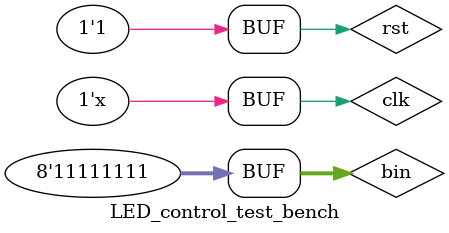
<source format=v>
`timescale 1us / 1ns


module LED_control_test_bench();

reg clk, rst;
reg [7:0] bin;


wire [7:0] seg_data;
wire [7:0] seg_sel;
wire led_signal;

LED_control c1(clk, rst, bin, seg_data, seg_sel, led_signal);

initial begin 
    clk <= 0; rst <= 1; bin <= 8'b00000000;
    #1e+6; rst <= 0;
    #1e+6; rst <= 1;
    #1e+6; bin <= 8'b00000000;
    #1e+6; bin <= 8'b00111111;
    #1e+6; bin <= 8'b01111111;
    #1e+6; bin <= 8'b10111111;
    #1e+6; bin <= 8'b11111111;
end

always begin
    #0.5 clk <= ~clk;
end
endmodule

</source>
